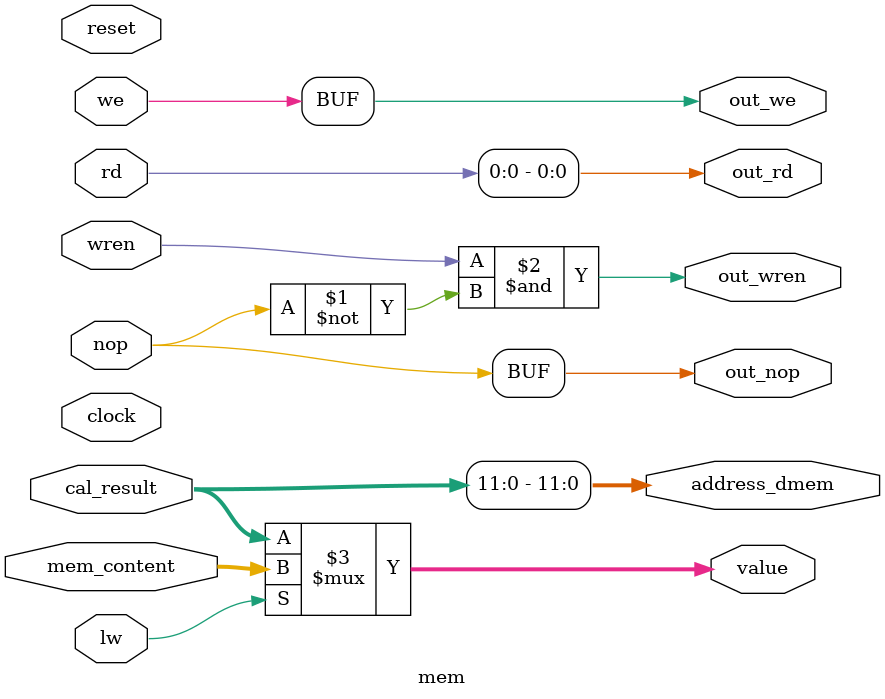
<source format=v>
module mem(


//read or write from dmem


clock, reset,

//pc, 

nop,


mem_content,

//opcode,


cal_result,   //for lw & sw cal_result is N+rs


rd,

we, wren,



address_dmem,

//data,

out_wren,

out_nop,
out_rd,
out_we,

value,

lw


);


output [31:0] value;

input lw;

input clock, reset;

//input [11:0] pc;

input nop;



input [4:0] rd;


input[31:0] cal_result, mem_content;
input we, wren;





output [11:0] address_dmem;

//output [31:0] data;

output out_wren;

output out_nop;  assign out_nop = nop;

output out_rd; assign out_rd = rd;

output out_we; assign out_we = we;





assign address_dmem = cal_result[11:0];


// sw 00111(we) &  lw 01000


//assign wren = (opcode == 5'b00111)? 1'b1: 1'b0;

assign out_wren = wren & (~nop);


//assign data = mem_content;








//change input before about lw
//if lw? 
assign value = lw? mem_content: cal_result;



endmodule



</source>
